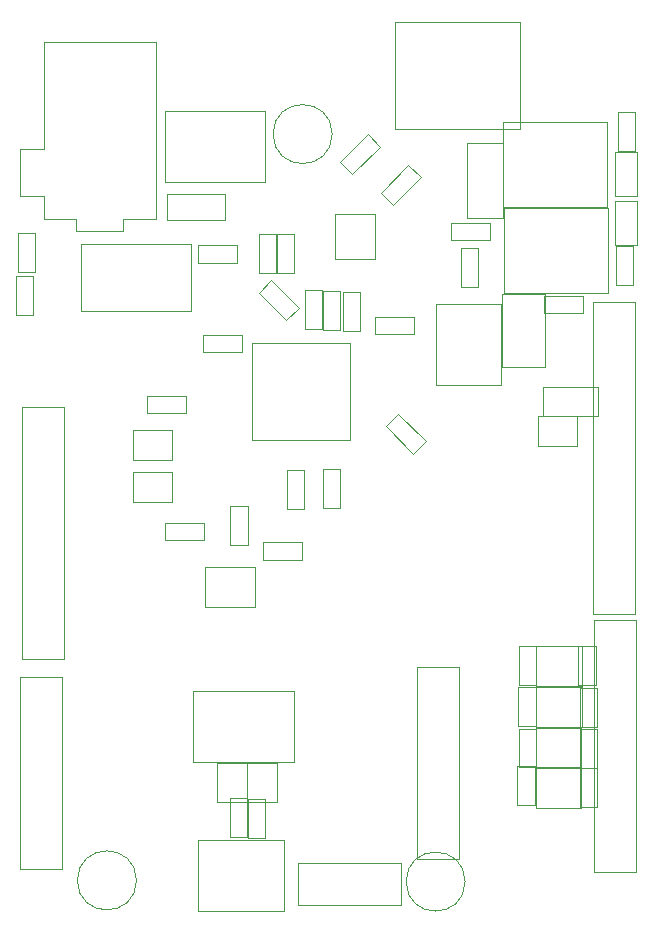
<source format=gbr>
%TF.GenerationSoftware,KiCad,Pcbnew,7.0.10*%
%TF.CreationDate,2024-04-20T18:17:20+05:30*%
%TF.ProjectId,rp2040-basic-m1,72703230-3430-42d6-9261-7369632d6d31,V2.2.5*%
%TF.SameCoordinates,Original*%
%TF.FileFunction,Other,User*%
%FSLAX46Y46*%
G04 Gerber Fmt 4.6, Leading zero omitted, Abs format (unit mm)*
G04 Created by KiCad (PCBNEW 7.0.10) date 2024-04-20 18:17:20*
%MOMM*%
%LPD*%
G01*
G04 APERTURE LIST*
%ADD10C,0.050000*%
G04 APERTURE END LIST*
D10*
%TO.C,SW2*%
X84700000Y-22810500D02*
X93200000Y-22810500D01*
X84700000Y-28810500D02*
X84700000Y-22810500D01*
X93200000Y-22810500D02*
X93200000Y-28810500D01*
X93200000Y-28810500D02*
X84700000Y-28810500D01*
%TO.C,C6*%
X86480000Y-48370000D02*
X83180000Y-48370000D01*
X86480000Y-46910000D02*
X86480000Y-48370000D01*
X83180000Y-48370000D02*
X83180000Y-46910000D01*
X83180000Y-46910000D02*
X86480000Y-46910000D01*
%TO.C,U2*%
X113400000Y-31000000D02*
X113400000Y-38200000D01*
X113400000Y-38200000D02*
X122200000Y-38200000D01*
X122200000Y-31000000D02*
X113400000Y-31000000D01*
X122200000Y-38200000D02*
X122200000Y-31000000D01*
%TO.C,J7*%
X106050000Y-69880500D02*
X109600000Y-69880500D01*
X106050000Y-86130500D02*
X106050000Y-69880500D01*
X109600000Y-69880500D02*
X109600000Y-86130500D01*
X109600000Y-86130500D02*
X106050000Y-86130500D01*
%TO.C,REF\u002A\u002A*%
X98870000Y-24760500D02*
G75*
G03*
X93870000Y-24760500I-2500000J0D01*
G01*
X93870000Y-24760500D02*
G75*
G03*
X98870000Y-24760500I2500000J0D01*
G01*
%TO.C,J5*%
X76000000Y-87000000D02*
X72450000Y-87000000D01*
X76000000Y-70750000D02*
X76000000Y-87000000D01*
X72450000Y-87000000D02*
X72450000Y-70750000D01*
X72450000Y-70750000D02*
X76000000Y-70750000D01*
%TO.C,R20*%
X121310000Y-78450000D02*
X121310000Y-81750000D01*
X119850000Y-78450000D02*
X121310000Y-78450000D01*
X121310000Y-81750000D02*
X119850000Y-81750000D01*
X119850000Y-81750000D02*
X119850000Y-78450000D01*
%TO.C,R8*%
X124360000Y-34220000D02*
X124360000Y-37520000D01*
X122900000Y-34220000D02*
X124360000Y-34220000D01*
X124360000Y-37520000D02*
X122900000Y-37520000D01*
X122900000Y-37520000D02*
X122900000Y-34220000D01*
%TO.C,J6*%
X72600000Y-47890500D02*
X76150000Y-47890500D01*
X72600000Y-69240500D02*
X72600000Y-47890500D01*
X76150000Y-47890500D02*
X76150000Y-69240500D01*
X76150000Y-69240500D02*
X72600000Y-69240500D01*
%TO.C,JP3*%
X121350000Y-48652500D02*
X121350000Y-46152500D01*
X121350000Y-48652500D02*
X116750000Y-48652500D01*
X116750000Y-46152500D02*
X121350000Y-46152500D01*
X116750000Y-46152500D02*
X116750000Y-48652500D01*
%TO.C,Q5*%
X116150000Y-71570000D02*
X116150000Y-74970000D01*
X116150000Y-74970000D02*
X119990000Y-74970000D01*
X119990000Y-71570000D02*
X116150000Y-71570000D01*
X119990000Y-74970000D02*
X119990000Y-71570000D01*
%TO.C,C5*%
X95000538Y-40522914D02*
X92667086Y-38189462D01*
X96032914Y-39490538D02*
X95000538Y-40522914D01*
X92667086Y-38189462D02*
X93699462Y-37157086D01*
X93699462Y-37157086D02*
X96032914Y-39490538D01*
%TO.C,R16*%
X90250000Y-59552500D02*
X90250000Y-56252500D01*
X91710000Y-59552500D02*
X90250000Y-59552500D01*
X90250000Y-56252500D02*
X91710000Y-56252500D01*
X91710000Y-56252500D02*
X91710000Y-59552500D01*
%TO.C,J3*%
X124520000Y-65420500D02*
X120970000Y-65420500D01*
X124520000Y-39020500D02*
X124520000Y-65420500D01*
X120970000Y-65420500D02*
X120970000Y-39020500D01*
X120970000Y-39020500D02*
X124520000Y-39020500D01*
%TO.C,R21*%
X121290000Y-75120000D02*
X121290000Y-78420000D01*
X119830000Y-75120000D02*
X121290000Y-75120000D01*
X121290000Y-78420000D02*
X119830000Y-78420000D01*
X119830000Y-78420000D02*
X119830000Y-75120000D01*
%TO.C,C7*%
X91272000Y-43204500D02*
X87972000Y-43204500D01*
X91272000Y-41744500D02*
X91272000Y-43204500D01*
X87972000Y-43204500D02*
X87972000Y-41744500D01*
X87972000Y-41744500D02*
X91272000Y-41744500D01*
%TO.C,C1*%
X93027500Y-59330000D02*
X96327500Y-59330000D01*
X93027500Y-60790000D02*
X93027500Y-59330000D01*
X96327500Y-59330000D02*
X96327500Y-60790000D01*
X96327500Y-60790000D02*
X93027500Y-60790000D01*
%TO.C,D3*%
X102498000Y-31489000D02*
X99098000Y-31489000D01*
X99098000Y-31489000D02*
X99098000Y-35329000D01*
X102498000Y-35329000D02*
X102498000Y-31489000D01*
X99098000Y-35329000D02*
X102498000Y-35329000D01*
%TO.C,Q4*%
X116107500Y-75030000D02*
X116107500Y-78430000D01*
X116107500Y-78430000D02*
X119947500Y-78430000D01*
X119947500Y-75030000D02*
X116107500Y-75030000D01*
X119947500Y-78430000D02*
X119947500Y-75030000D01*
%TO.C,Y1*%
X88130000Y-61400000D02*
X88130000Y-64800000D01*
X88130000Y-64800000D02*
X92330000Y-64800000D01*
X92330000Y-61400000D02*
X88130000Y-61400000D01*
X92330000Y-64800000D02*
X92330000Y-61400000D01*
%TO.C,JP4*%
X116270000Y-48630000D02*
X116270000Y-51130000D01*
X116270000Y-48630000D02*
X119570000Y-48630000D01*
X119570000Y-51130000D02*
X116270000Y-51130000D01*
X119570000Y-51130000D02*
X119570000Y-48630000D01*
%TO.C,F1*%
X84862500Y-29820000D02*
X89762500Y-29820000D01*
X84862500Y-32060000D02*
X84862500Y-29820000D01*
X89762500Y-29820000D02*
X89762500Y-32060000D01*
X89762500Y-32060000D02*
X84862500Y-32060000D01*
%TO.C,C15*%
X87477500Y-34190000D02*
X90777500Y-34190000D01*
X87477500Y-35650000D02*
X87477500Y-34190000D01*
X90777500Y-34190000D02*
X90777500Y-35650000D01*
X90777500Y-35650000D02*
X87477500Y-35650000D01*
%TO.C,C3*%
X92634300Y-36540000D02*
X92634300Y-33240000D01*
X94094300Y-36540000D02*
X92634300Y-36540000D01*
X92634300Y-33240000D02*
X94094300Y-33240000D01*
X94094300Y-33240000D02*
X94094300Y-36540000D01*
%TO.C,R14*%
X114710000Y-71430000D02*
X114710000Y-68130000D01*
X116170000Y-71430000D02*
X114710000Y-71430000D01*
X114710000Y-68130000D02*
X116170000Y-68130000D01*
X116170000Y-68130000D02*
X116170000Y-71430000D01*
%TO.C,C9*%
X104455462Y-48455586D02*
X106788914Y-50789038D01*
X103423086Y-49487962D02*
X104455462Y-48455586D01*
X106788914Y-50789038D02*
X105756538Y-51821414D01*
X105756538Y-51821414D02*
X103423086Y-49487962D01*
%TO.C,U4*%
X113350000Y-23700000D02*
X113350000Y-30900000D01*
X113350000Y-30900000D02*
X122150000Y-30900000D01*
X122150000Y-23700000D02*
X113350000Y-23700000D01*
X122150000Y-30900000D02*
X122150000Y-23700000D01*
%TO.C,R13*%
X114630000Y-74890000D02*
X114630000Y-71590000D01*
X116090000Y-74890000D02*
X114630000Y-74890000D01*
X114630000Y-71590000D02*
X116090000Y-71590000D01*
X116090000Y-71590000D02*
X116090000Y-74890000D01*
%TO.C,JP6*%
X85330000Y-52330000D02*
X85330000Y-49830000D01*
X85330000Y-52330000D02*
X82030000Y-52330000D01*
X82030000Y-49830000D02*
X85330000Y-49830000D01*
X82030000Y-49830000D02*
X82030000Y-52330000D01*
%TO.C,R4*%
X99530000Y-38032500D02*
X99530000Y-41332500D01*
X98070000Y-38032500D02*
X99530000Y-38032500D01*
X99530000Y-41332500D02*
X98070000Y-41332500D01*
X98070000Y-41332500D02*
X98070000Y-38032500D01*
%TO.C,JP2*%
X91670000Y-81340000D02*
X94170000Y-81340000D01*
X91670000Y-81340000D02*
X91670000Y-78040000D01*
X94170000Y-78040000D02*
X94170000Y-81340000D01*
X94170000Y-78040000D02*
X91670000Y-78040000D01*
%TO.C,J2*%
X87500000Y-84530000D02*
X94800000Y-84530000D01*
X87500000Y-90580000D02*
X87500000Y-84530000D01*
X94800000Y-84530000D02*
X94800000Y-90580000D01*
X94800000Y-90580000D02*
X87500000Y-90580000D01*
%TO.C,C14*%
X109750000Y-37682500D02*
X109750000Y-34382500D01*
X111210000Y-37682500D02*
X109750000Y-37682500D01*
X109750000Y-34382500D02*
X111210000Y-34382500D01*
X111210000Y-34382500D02*
X111210000Y-37682500D01*
%TO.C,D5*%
X122800000Y-30010500D02*
X122800000Y-26310500D01*
X124700000Y-30010500D02*
X122800000Y-30010500D01*
X122800000Y-26310500D02*
X124700000Y-26310500D01*
X124700000Y-26310500D02*
X124700000Y-30010500D01*
%TO.C,C12*%
X99790000Y-41440000D02*
X99790000Y-38140000D01*
X101250000Y-41440000D02*
X99790000Y-41440000D01*
X99790000Y-38140000D02*
X101250000Y-38140000D01*
X101250000Y-38140000D02*
X101250000Y-41440000D01*
%TO.C,JP5*%
X85330000Y-55880000D02*
X85330000Y-53380000D01*
X85330000Y-55880000D02*
X82030000Y-55880000D01*
X82030000Y-53380000D02*
X85330000Y-53380000D01*
X82030000Y-53380000D02*
X82030000Y-55880000D01*
%TO.C,R2*%
X106362914Y-28419462D02*
X104029462Y-30752914D01*
X105330538Y-27387086D02*
X106362914Y-28419462D01*
X104029462Y-30752914D02*
X102997086Y-29720538D01*
X102997086Y-29720538D02*
X105330538Y-27387086D01*
%TO.C,R1*%
X124490000Y-22870000D02*
X124490000Y-26170000D01*
X123030000Y-22870000D02*
X124490000Y-22870000D01*
X124490000Y-26170000D02*
X123030000Y-26170000D01*
X123030000Y-26170000D02*
X123030000Y-22870000D01*
%TO.C,R11*%
X114560000Y-81572500D02*
X114560000Y-78272500D01*
X116020000Y-81572500D02*
X114560000Y-81572500D01*
X114560000Y-78272500D02*
X116020000Y-78272500D01*
X116020000Y-78272500D02*
X116020000Y-81572500D01*
%TO.C,J10*%
X116870000Y-44485000D02*
X116870000Y-38335000D01*
X116870000Y-38335000D02*
X113270000Y-38335000D01*
X113270000Y-44485000D02*
X116870000Y-44485000D01*
X113270000Y-38335000D02*
X113270000Y-44485000D01*
%TO.C,U1*%
X92106000Y-42418500D02*
X92106000Y-50658500D01*
X92106000Y-50658500D02*
X100346000Y-50658500D01*
X100346000Y-42418500D02*
X92106000Y-42418500D01*
X100346000Y-50658500D02*
X100346000Y-42418500D01*
%TO.C,Q3*%
X116130000Y-78380000D02*
X116130000Y-81780000D01*
X116130000Y-81780000D02*
X119970000Y-81780000D01*
X119970000Y-78380000D02*
X116130000Y-78380000D01*
X119970000Y-81780000D02*
X119970000Y-78380000D01*
%TO.C,R22*%
X121330000Y-71640000D02*
X121330000Y-74940000D01*
X119870000Y-71640000D02*
X121330000Y-71640000D01*
X121330000Y-74940000D02*
X119870000Y-74940000D01*
X119870000Y-74940000D02*
X119870000Y-71640000D01*
%TO.C,JP1*%
X89140000Y-81330000D02*
X91640000Y-81330000D01*
X89140000Y-81330000D02*
X89140000Y-78030000D01*
X91640000Y-78030000D02*
X91640000Y-81330000D01*
X91640000Y-78030000D02*
X89140000Y-78030000D01*
%TO.C,J1*%
X114795000Y-24335500D02*
X104155000Y-24335500D01*
X114795000Y-15305500D02*
X114795000Y-24335500D01*
X104155000Y-24335500D02*
X104155000Y-15305500D01*
X104155000Y-15305500D02*
X114795000Y-15305500D01*
%TO.C,R6*%
X73730000Y-33110000D02*
X73730000Y-36410000D01*
X72270000Y-33110000D02*
X73730000Y-33110000D01*
X73730000Y-36410000D02*
X72270000Y-36410000D01*
X72270000Y-36410000D02*
X72270000Y-33110000D01*
%TO.C,C11*%
X96520000Y-53193000D02*
X96520000Y-56493000D01*
X95060000Y-53193000D02*
X96520000Y-53193000D01*
X96520000Y-56493000D02*
X95060000Y-56493000D01*
X95060000Y-56493000D02*
X95060000Y-53193000D01*
%TO.C,R5*%
X98020000Y-38002500D02*
X98020000Y-41302500D01*
X96560000Y-38002500D02*
X98020000Y-38002500D01*
X98020000Y-41302500D02*
X96560000Y-41302500D01*
X96560000Y-41302500D02*
X96560000Y-38002500D01*
%TO.C,C10*%
X102500000Y-40230500D02*
X105800000Y-40230500D01*
X102500000Y-41690500D02*
X102500000Y-40230500D01*
X105800000Y-40230500D02*
X105800000Y-41690500D01*
X105800000Y-41690500D02*
X102500000Y-41690500D01*
%TO.C,D4*%
X124700000Y-30460500D02*
X124700000Y-34160500D01*
X122800000Y-30460500D02*
X124700000Y-30460500D01*
X124700000Y-34160500D02*
X122800000Y-34160500D01*
X122800000Y-34160500D02*
X122800000Y-30460500D01*
%TO.C,U3*%
X77606000Y-34026500D02*
X77606000Y-39746500D01*
X77606000Y-39746500D02*
X86906000Y-39746500D01*
X86906000Y-34026500D02*
X77606000Y-34026500D01*
X86906000Y-39746500D02*
X86906000Y-34026500D01*
%TO.C,SW1*%
X87130000Y-71930000D02*
X95630000Y-71930000D01*
X87130000Y-77930000D02*
X87130000Y-71930000D01*
X95630000Y-71930000D02*
X95630000Y-77930000D01*
X95630000Y-77930000D02*
X87130000Y-77930000D01*
%TO.C,Q6*%
X116170000Y-68070000D02*
X116170000Y-71470000D01*
X116170000Y-71470000D02*
X120010000Y-71470000D01*
X120010000Y-68070000D02*
X116170000Y-68070000D01*
X120010000Y-71470000D02*
X120010000Y-68070000D01*
%TO.C,R12*%
X114650000Y-78390000D02*
X114650000Y-75090000D01*
X116110000Y-78390000D02*
X114650000Y-78390000D01*
X114650000Y-75090000D02*
X116110000Y-75090000D01*
X116110000Y-75090000D02*
X116110000Y-78390000D01*
%TO.C,D2*%
X113180000Y-39120000D02*
X107680000Y-39120000D01*
X107680000Y-39120000D02*
X107680000Y-46020000D01*
X113180000Y-46020000D02*
X113180000Y-39120000D01*
X107680000Y-46020000D02*
X113180000Y-46020000D01*
%TO.C,R23*%
X121180000Y-68120000D02*
X121180000Y-71420000D01*
X119720000Y-68120000D02*
X121180000Y-68120000D01*
X121180000Y-71420000D02*
X119720000Y-71420000D01*
X119720000Y-71420000D02*
X119720000Y-68120000D01*
%TO.C,J4*%
X124575000Y-87280000D02*
X121025000Y-87280000D01*
X124575000Y-65930000D02*
X124575000Y-87280000D01*
X121025000Y-87280000D02*
X121025000Y-65930000D01*
X121025000Y-65930000D02*
X124575000Y-65930000D01*
%TO.C,C4*%
X94158300Y-36540000D02*
X94158300Y-33240000D01*
X95618300Y-36540000D02*
X94158300Y-36540000D01*
X94158300Y-33240000D02*
X95618300Y-33240000D01*
X95618300Y-33240000D02*
X95618300Y-36540000D01*
%TO.C,R33*%
X98100000Y-56412500D02*
X98100000Y-53112500D01*
X99560000Y-56412500D02*
X98100000Y-56412500D01*
X98100000Y-53112500D02*
X99560000Y-53112500D01*
X99560000Y-53112500D02*
X99560000Y-56412500D01*
%TO.C,J9*%
X74448000Y-16992500D02*
X83948000Y-16992500D01*
X74448000Y-25992500D02*
X74448000Y-16992500D01*
X72448000Y-25992500D02*
X74448000Y-25992500D01*
X74448000Y-29992500D02*
X72448000Y-29992500D01*
X72448000Y-29992500D02*
X72448000Y-25992500D01*
X83948000Y-31992500D02*
X83948000Y-16992500D01*
X83698000Y-31992500D02*
X83948000Y-31992500D01*
X83698000Y-31992500D02*
X81198000Y-31992500D01*
X81198000Y-31992500D02*
X81198000Y-32992500D01*
X77198000Y-31992500D02*
X74448000Y-31992500D01*
X74448000Y-31992500D02*
X74448000Y-29992500D01*
X81198000Y-32992500D02*
X77198000Y-32992500D01*
X77198000Y-32992500D02*
X77198000Y-31992500D01*
%TO.C,C2*%
X88002500Y-59130000D02*
X84702500Y-59130000D01*
X88002500Y-57670000D02*
X88002500Y-59130000D01*
X84702500Y-59130000D02*
X84702500Y-57670000D01*
X84702500Y-57670000D02*
X88002500Y-57670000D01*
%TO.C,J8*%
X96020000Y-90000000D02*
X96020000Y-86450000D01*
X104670000Y-90000000D02*
X96020000Y-90000000D01*
X96020000Y-86450000D02*
X104670000Y-86450000D01*
X104670000Y-86450000D02*
X104670000Y-90000000D01*
%TO.C,C13*%
X112272500Y-33760000D02*
X108972500Y-33760000D01*
X112272500Y-32300000D02*
X112272500Y-33760000D01*
X108972500Y-33760000D02*
X108972500Y-32300000D01*
X108972500Y-32300000D02*
X112272500Y-32300000D01*
%TO.C,R3*%
X102922914Y-25829462D02*
X100589462Y-28162914D01*
X101890538Y-24797086D02*
X102922914Y-25829462D01*
X100589462Y-28162914D02*
X99557086Y-27130538D01*
X99557086Y-27130538D02*
X101890538Y-24797086D01*
%TO.C,REF\u002A\u002A*%
X110130000Y-88050500D02*
G75*
G03*
X105130000Y-88050500I-2500000J0D01*
G01*
X105130000Y-88050500D02*
G75*
G03*
X110130000Y-88050500I2500000J0D01*
G01*
%TO.C,C8*%
X116800000Y-38480500D02*
X120100000Y-38480500D01*
X116800000Y-39940500D02*
X116800000Y-38480500D01*
X120100000Y-38480500D02*
X120100000Y-39940500D01*
X120100000Y-39940500D02*
X116800000Y-39940500D01*
%TO.C,REF\u002A\u002A*%
X82300000Y-87950000D02*
G75*
G03*
X77300000Y-87950000I-2500000J0D01*
G01*
X77300000Y-87950000D02*
G75*
G03*
X82300000Y-87950000I2500000J0D01*
G01*
%TO.C,R15*%
X91730000Y-84400000D02*
X91730000Y-81100000D01*
X93190000Y-84400000D02*
X91730000Y-84400000D01*
X91730000Y-81100000D02*
X93190000Y-81100000D01*
X93190000Y-81100000D02*
X93190000Y-84400000D01*
%TO.C,R7*%
X72090000Y-40080000D02*
X72090000Y-36780000D01*
X73550000Y-40080000D02*
X72090000Y-40080000D01*
X72090000Y-36780000D02*
X73550000Y-36780000D01*
X73550000Y-36780000D02*
X73550000Y-40080000D01*
%TO.C,R17*%
X90230000Y-84300000D02*
X90230000Y-81000000D01*
X91690000Y-84300000D02*
X90230000Y-84300000D01*
X90230000Y-81000000D02*
X91690000Y-81000000D01*
X91690000Y-81000000D02*
X91690000Y-84300000D01*
%TO.C,D1*%
X110300000Y-31850000D02*
X113300000Y-31850000D01*
X110300000Y-31850000D02*
X110300000Y-25550000D01*
X110300000Y-25550000D02*
X113300000Y-25550000D01*
X113300000Y-25550000D02*
X113300000Y-31850000D01*
%TD*%
M02*

</source>
